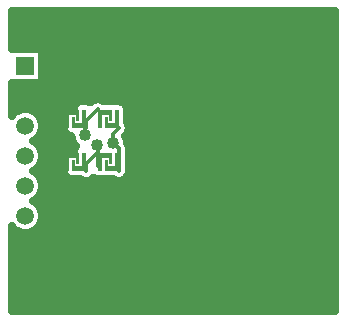
<source format=gbr>
G04 DipTrace 3.2.0.1*
G04 Bottom.gbr*
%MOMM*%
G04 #@! TF.FileFunction,Copper,L2,Bot*
G04 #@! TF.Part,Single*
%AMOUTLINE0*
4,1,8,
0.625,-0.8,
0.625,0.8,
0.235,0.8,
0.235,-0.36,
-0.365,-0.36,
-0.365,0.18,
-0.625,0.18,
-0.625,-0.8,
0.625,-0.8,
0*%
%AMOUTLINE3*
4,1,8,
-0.625,0.8,
-0.625,-0.8,
-0.235,-0.8,
-0.235,0.36,
0.365,0.36,
0.365,-0.18,
0.625,-0.18,
0.625,0.8,
-0.625,0.8,
0*%
G04 #@! TA.AperFunction,Conductor*
%ADD14C,0.33*%
G04 #@! TA.AperFunction,CopperBalancing*
%ADD17C,0.635*%
G04 #@! TA.AperFunction,ComponentPad*
%ADD24R,1.5X1.5*%
%ADD25C,1.5*%
G04 #@! TA.AperFunction,ViaPad*
%ADD26C,1.016*%
%ADD50OUTLINE0*%
%ADD53OUTLINE3*%
%FSLAX35Y35*%
G04*
G71*
G90*
G75*
G01*
G04 Bottom*
%LPD*%
X194353Y1897613D2*
D14*
X467290Y1624677D1*
Y1358580D1*
X464200Y1361670D1*
Y1008733D1*
Y707140D1*
X384833Y627773D1*
X194513D1*
X194353Y627613D1*
X353087Y1008733D2*
X464200D1*
X528687Y1787160D2*
X304807D1*
X194353Y1897613D1*
X528687Y1422073D2*
X464200Y1361670D1*
X987027Y1262073D2*
Y1454180D1*
X940400Y1500807D1*
Y1580533D1*
X987027Y1627160D1*
X807027Y1422073D2*
Y1310960D1*
X813260Y1304727D1*
Y1469213D1*
X797540Y1484933D1*
X708687Y1262073D2*
Y1323733D1*
X807027Y1422073D1*
X702300Y1564300D2*
Y1620773D1*
X708687Y1627160D1*
Y1688820D1*
X807027Y1787160D1*
D26*
X353087Y1008733D3*
X797540Y1484933D3*
X702300Y1564300D3*
X940400Y1500807D3*
X88100Y2555083D2*
D17*
X2811917D1*
X88100Y2491917D2*
X2811917D1*
X88100Y2428750D2*
X2811917D1*
X88100Y2365583D2*
X2811917D1*
X88100Y2302417D2*
X2811917D1*
X342989Y2239250D2*
X2811917D1*
X342989Y2176083D2*
X2811917D1*
X342989Y2112917D2*
X2811917D1*
X342989Y2049750D2*
X2811917D1*
X88100Y1986583D2*
X2811917D1*
X88100Y1923417D2*
X2811917D1*
X88100Y1860250D2*
X759677D1*
X854317D2*
X2811917D1*
X88100Y1797083D2*
X596800D1*
X1059942D2*
X2811917D1*
X310633Y1733917D2*
X510576D1*
X1060672D2*
X2811917D1*
X340346Y1670750D2*
X510029D1*
X1064955D2*
X2811917D1*
X338341Y1607583D2*
X512946D1*
X1074890D2*
X2811917D1*
X302703Y1544417D2*
X579573D1*
X1056479D2*
X2811917D1*
X309539Y1481250D2*
X612021D1*
X1072703D2*
X2811917D1*
X340073Y1418083D2*
X543206D1*
X1077169D2*
X2811917D1*
X338705Y1354917D2*
X510029D1*
X1077169D2*
X2811917D1*
X303979Y1291750D2*
X510029D1*
X1077169D2*
X2811917D1*
X308445Y1228583D2*
X518961D1*
X1070151D2*
X2811917D1*
X339799Y1165417D2*
X2811917D1*
X339070Y1102250D2*
X2811917D1*
X305255Y1039083D2*
X2811917D1*
X307260Y975917D2*
X2811917D1*
X339526Y912750D2*
X2811917D1*
X339343Y849583D2*
X2811917D1*
X306440Y786417D2*
X2811917D1*
X88100Y723250D2*
X2811917D1*
X88100Y660083D2*
X2811917D1*
X88100Y596917D2*
X2811917D1*
X88100Y533750D2*
X2811917D1*
X88100Y470583D2*
X2811917D1*
X88100Y407417D2*
X2811917D1*
X88100Y344250D2*
X2811917D1*
X88100Y281083D2*
X2811917D1*
X88100Y217917D2*
X2811917D1*
X88100Y154750D2*
X2811917D1*
X88100Y91583D2*
X2811917D1*
X81686Y2293903D2*
X336643D1*
Y2009323D1*
X81708D1*
X81750Y1730612D1*
X93739Y1744228D1*
X110717Y1758728D1*
X129755Y1770395D1*
X150383Y1778939D1*
X172094Y1784152D1*
X194353Y1785903D1*
X216612Y1784152D1*
X238323Y1778939D1*
X258952Y1770395D1*
X277989Y1758728D1*
X294968Y1744228D1*
X309468Y1727249D1*
X321135Y1708212D1*
X329679Y1687583D1*
X334892Y1665872D1*
X336643Y1643613D1*
X334892Y1621354D1*
X329679Y1599643D1*
X321135Y1579015D1*
X309468Y1559977D1*
X294968Y1542999D1*
X277989Y1528498D1*
X258516Y1516631D1*
X277989Y1504728D1*
X294968Y1490228D1*
X309468Y1473249D1*
X321135Y1454212D1*
X329679Y1433583D1*
X334892Y1411872D1*
X336643Y1389613D1*
X334892Y1367354D1*
X329679Y1345643D1*
X321135Y1325015D1*
X309468Y1305977D1*
X294968Y1288999D1*
X277989Y1274498D1*
X258516Y1262631D1*
X277989Y1250728D1*
X294968Y1236228D1*
X309468Y1219249D1*
X321135Y1200212D1*
X329679Y1179583D1*
X334892Y1157872D1*
X336643Y1135613D1*
X334892Y1113354D1*
X329679Y1091643D1*
X321135Y1071015D1*
X309468Y1051977D1*
X294968Y1034999D1*
X277989Y1020498D1*
X258516Y1008631D1*
X277989Y996728D1*
X294968Y982228D1*
X309468Y965249D1*
X321135Y946212D1*
X329679Y925583D1*
X334892Y903872D1*
X336643Y881613D1*
X334892Y859354D1*
X329679Y837643D1*
X321135Y817015D1*
X309468Y797977D1*
X294968Y780999D1*
X277989Y766498D1*
X258952Y754832D1*
X238323Y746288D1*
X216612Y741075D1*
X194353Y739323D1*
X172094Y741075D1*
X150383Y746288D1*
X129755Y754832D1*
X110717Y766498D1*
X93739Y780999D1*
X81751Y794790D1*
X81750Y81784D1*
X2818190Y81750D1*
X2818250Y2618216D1*
X81810Y2618250D1*
X81750Y2293893D1*
X937170Y1194783D2*
X807027D1*
X796500Y1195611D1*
X786233Y1198076D1*
X776477Y1202117D1*
X771850Y1204710D1*
X767935Y1202825D1*
X757937Y1194286D1*
X746727Y1187416D1*
X734579Y1182384D1*
X721794Y1179315D1*
X708687Y1178283D1*
X695579Y1179315D1*
X682794Y1182384D1*
X670647Y1187416D1*
X658810Y1194779D1*
X578407Y1194990D1*
X567978Y1196642D1*
X557936Y1199905D1*
X548528Y1204699D1*
X539985Y1210905D1*
X532519Y1218372D1*
X526312Y1226914D1*
X521518Y1236322D1*
X518256Y1246365D1*
X516604Y1256794D1*
X516396Y1360073D1*
X517225Y1370600D1*
X519690Y1380867D1*
X523731Y1390622D1*
X529248Y1399626D1*
X536105Y1407655D1*
X544134Y1414512D1*
X553138Y1420029D1*
X562893Y1424070D1*
X573160Y1426535D1*
X588887Y1427364D1*
X602598D1*
X604256Y1437782D1*
X607519Y1447824D1*
X612312Y1457232D1*
X618519Y1465775D1*
X626001Y1473254D1*
X618798Y1480798D1*
X606763Y1494888D1*
X597081Y1510688D1*
X589990Y1527808D1*
X585664Y1545827D1*
X584385Y1559848D1*
X573160Y1560698D1*
X562893Y1563163D1*
X553137Y1567204D1*
X544134Y1572721D1*
X536105Y1579579D1*
X529248Y1587608D1*
X523731Y1596611D1*
X519690Y1606366D1*
X517225Y1616633D1*
X516397Y1627181D1*
X516604Y1730440D1*
X518256Y1740869D1*
X521518Y1750911D1*
X526312Y1760319D1*
X532519Y1768862D1*
X539985Y1776328D1*
X548528Y1782534D1*
X557936Y1787328D1*
X567978Y1790591D1*
X578407Y1792243D1*
X602598Y1792450D1*
X604256Y1802869D1*
X607519Y1812911D1*
X612312Y1822319D1*
X618519Y1830862D1*
X625985Y1838328D1*
X634528Y1844534D1*
X643936Y1849328D1*
X653978Y1852591D1*
X664407Y1854243D1*
X713966D1*
X724395Y1852591D1*
X734438Y1849328D1*
X743863Y1844523D1*
X747778Y1846409D1*
X757776Y1854948D1*
X768987Y1861818D1*
X781134Y1866849D1*
X793919Y1869919D1*
X807027Y1870950D1*
X820134Y1869919D1*
X832919Y1866849D1*
X845067Y1861818D1*
X856903Y1854455D1*
X987027Y1854450D1*
X997553Y1853622D1*
X1007820Y1851157D1*
X1017576Y1847116D1*
X1026579Y1841599D1*
X1034608Y1834741D1*
X1041465Y1826712D1*
X1046983Y1817709D1*
X1051023Y1807954D1*
X1053488Y1797686D1*
X1054316Y1787139D1*
X1054814Y1676411D1*
X1061684Y1665200D1*
X1066716Y1653053D1*
X1069785Y1640268D1*
X1070817Y1627160D1*
X1069785Y1614052D1*
X1066716Y1601267D1*
X1061684Y1589120D1*
X1054814Y1577909D1*
X1046275Y1567911D1*
X1041088Y1562509D1*
X1049501Y1545998D1*
X1055227Y1528374D1*
X1058126Y1510072D1*
X1058469Y1497960D1*
X1064439Y1486245D1*
X1068502Y1473740D1*
X1070558Y1460754D1*
X1070817Y1290847D1*
X1070558Y1255499D1*
X1068502Y1242513D1*
X1064439Y1230008D1*
X1058469Y1218293D1*
X1050741Y1207656D1*
X1041444Y1198359D1*
X1030807Y1190631D1*
X1019092Y1184661D1*
X1006587Y1180598D1*
X993601Y1178542D1*
X980453D1*
X967466Y1180598D1*
X954962Y1184661D1*
X943246Y1190631D1*
X937150Y1194779D1*
X1054316Y1756681D2*
Y1695639D1*
D24*
X194353Y2151613D3*
D25*
Y1897613D3*
Y1643613D3*
Y1389613D3*
Y1135613D3*
Y881613D3*
Y627613D3*
D50*
X924527Y1342073D3*
D53*
X869527D3*
X591187D3*
D50*
X646187D3*
X924527Y1707160D3*
D53*
X869527D3*
X591187D3*
D50*
X646187D3*
M02*

</source>
